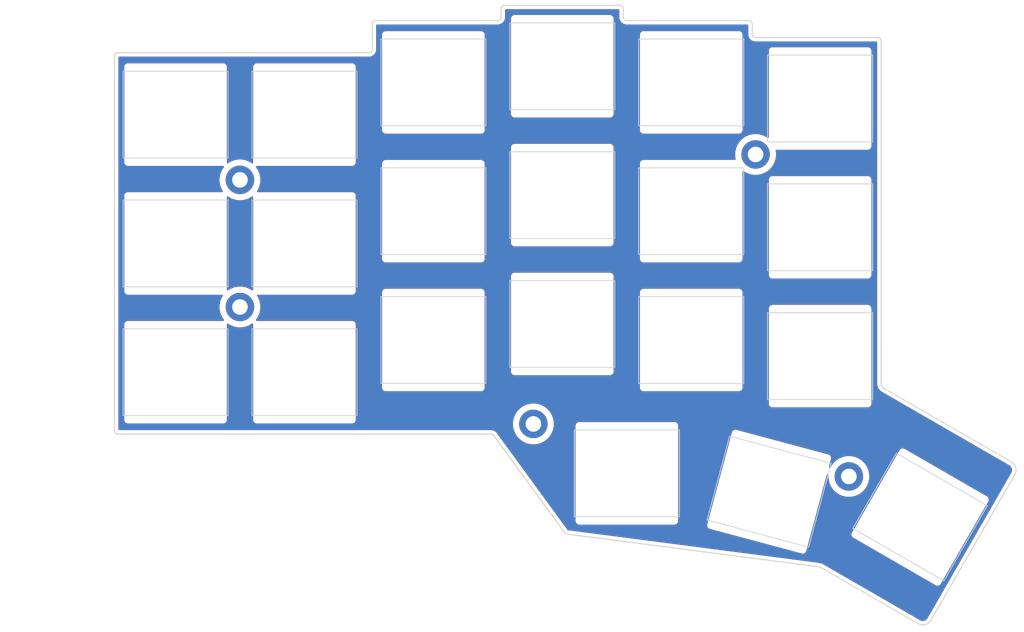
<source format=kicad_pcb>
(kicad_pcb (version 20211014) (generator pcbnew)
  (title_block (title "Corne Top Plate") (date "2020-11-12") (rev "2.1") (company "foostan"))
  (layers (0 "F.Cu" signal) (31 "B.Cu" signal) (34 "B.Paste" user) (35 "F.Paste" user) (36 "B.SilkS" user "B.Silkscreen") (37 "F.SilkS" user "F.Silkscreen") (38 "B.Mask" user) (39 "F.Mask" user) (44 "Edge.Cuts" user))
  (net 0 "")
  (footprint "kbd:M2_Hole_TH" (layer "F.Cu") (at 79.5 86.75)
    (fp_text reference "" (at 0 -3.2) (layer "F.SilkS"))
    (fp_text value "")
    (pad "" thru_hole circle locked (at 0 0) (size 4.2 4.2) (drill 2.3) (layers *.Cu *.Mask))
  )
  (footprint "kbd:M2_Hole_TH" (layer "F.Cu") (at 79.5 105.5)
    (fp_text reference "" (at 0 -3.2) (layer "F.SilkS"))
    (fp_text value "")
    (pad "" thru_hole circle locked (at 0 0) (size 4.2 4.2) (drill 2.3) (layers *.Cu *.Mask))
  )
  (footprint "kbd:M2_Hole_TH" (layer "F.Cu") (at 155.5 83)
    (fp_text reference "" (at 0 -3.2) (layer "F.SilkS"))
    (fp_text value "")
    (pad "" thru_hole circle locked (at 0 0) (size 4.2 4.2) (drill 2.3) (layers *.Cu *.Mask))
  )
  (footprint "kbd:M2_Hole_TH" (layer "F.Cu") (at 122.75 122.75)
    (fp_text reference "" (at 0 -3.2) (layer "F.SilkS"))
    (fp_text value "")
    (pad "" thru_hole circle locked (at 0 0) (size 4.2 4.2) (drill 2.3) (layers *.Cu *.Mask))
  )
  (footprint "kbd:M2_Hole_TH" (layer "F.Cu") (at 169.25 130.5)
    (fp_text reference "" (at 0 -3.2) (layer "F.SilkS"))
    (fp_text value "")
    (pad "" thru_hole circle locked (at 0 0) (size 4.2 4.2) (drill 2.3) (layers *.Cu *.Mask))
  )
  (footprint "kbd:SW_Hole_ALPS" (layer "F.Cu") (at 70.01 77.125)
    (fp_text reference "SW2" hide)
    (fp_text value "KEY_SWITCH" hide)
    (fp_line (start -7.75 -6.4) (end -7.75 6.4) (layer "Edge.Cuts") (width 0.12))
    (fp_line (start 7.75 6.4) (end 7.75 -6.4) (layer "Edge.Cuts") (width 0.12))
    (fp_line (start -7.75 6.4) (end 7.75 6.4) (layer "Edge.Cuts") (width 0.12))
    (fp_line (start 7.75 -6.4) (end -7.75 -6.4) (layer "Edge.Cuts") (width 0.12))
  )
  (footprint "kbd:SW_Hole_ALPS" (layer "F.Cu") (at 70.01 96.125)
    (fp_text reference "SW2" hide)
    (fp_text value "KEY_SWITCH" hide)
    (fp_line (start -7.75 -6.4) (end -7.75 6.4) (layer "Edge.Cuts") (width 0.12))
    (fp_line (start -7.75 6.4) (end 7.75 6.4) (layer "Edge.Cuts") (width 0.12))
    (fp_line (start 7.75 6.4) (end 7.75 -6.4) (layer "Edge.Cuts") (width 0.12))
    (fp_line (start 7.75 -6.4) (end -7.75 -6.4) (layer "Edge.Cuts") (width 0.12))
  )
  (footprint "kbd:SW_Hole_ALPS" (layer "F.Cu") (at 70.01 115.125)
    (fp_text reference "SW2" hide)
    (fp_text value "KEY_SWITCH" hide)
    (fp_line (start -7.75 6.4) (end 7.75 6.4) (layer "Edge.Cuts") (width 0.12))
    (fp_line (start 7.75 6.4) (end 7.75 -6.4) (layer "Edge.Cuts") (width 0.12))
    (fp_line (start -7.75 -6.4) (end -7.75 6.4) (layer "Edge.Cuts") (width 0.12))
    (fp_line (start 7.75 -6.4) (end -7.75 -6.4) (layer "Edge.Cuts") (width 0.12))
  )
  (footprint "kbd:SW_Hole_ALPS" (layer "F.Cu") (at 89.01 77.125)
    (fp_text reference "SW2" hide)
    (fp_text value "KEY_SWITCH" hide)
    (fp_line (start -7.75 6.4) (end 7.75 6.4) (layer "Edge.Cuts") (width 0.12))
    (fp_line (start 7.75 -6.4) (end -7.75 -6.4) (layer "Edge.Cuts") (width 0.12))
    (fp_line (start -7.75 -6.4) (end -7.75 6.4) (layer "Edge.Cuts") (width 0.12))
    (fp_line (start 7.75 6.4) (end 7.75 -6.4) (layer "Edge.Cuts") (width 0.12))
  )
  (footprint "kbd:SW_Hole_ALPS" (layer "F.Cu") (at 89.01 115.125)
    (fp_text reference "SW2" hide)
    (fp_text value "KEY_SWITCH" hide)
    (fp_line (start -7.75 6.4) (end 7.75 6.4) (layer "Edge.Cuts") (width 0.12))
    (fp_line (start -7.75 -6.4) (end -7.75 6.4) (layer "Edge.Cuts") (width 0.12))
    (fp_line (start 7.75 6.4) (end 7.75 -6.4) (layer "Edge.Cuts") (width 0.12))
    (fp_line (start 7.75 -6.4) (end -7.75 -6.4) (layer "Edge.Cuts") (width 0.12))
  )
  (footprint "kbd:SW_Hole_ALPS" (layer "F.Cu") (at 89.01 96.125)
    (fp_text reference "SW2" hide)
    (fp_text value "KEY_SWITCH" hide)
    (fp_line (start -7.75 6.4) (end 7.75 6.4) (layer "Edge.Cuts") (width 0.12))
    (fp_line (start -7.75 -6.4) (end -7.75 6.4) (layer "Edge.Cuts") (width 0.12))
    (fp_line (start 7.75 6.4) (end 7.75 -6.4) (layer "Edge.Cuts") (width 0.12))
    (fp_line (start 7.75 -6.4) (end -7.75 -6.4) (layer "Edge.Cuts") (width 0.12))
  )
  (footprint "kbd:SW_Hole_ALPS" (layer "F.Cu") (at 108.01 72.375)
    (fp_text reference "SW2" hide)
    (fp_text value "KEY_SWITCH" hide)
    (fp_line (start -7.75 6.4) (end 7.75 6.4) (layer "Edge.Cuts") (width 0.12))
    (fp_line (start 7.75 6.4) (end 7.75 -6.4) (layer "Edge.Cuts") (width 0.12))
    (fp_line (start -7.75 -6.4) (end -7.75 6.4) (layer "Edge.Cuts") (width 0.12))
    (fp_line (start 7.75 -6.4) (end -7.75 -6.4) (layer "Edge.Cuts") (width 0.12))
  )
  (footprint "kbd:SW_Hole_ALPS" (layer "F.Cu") (at 108.01 110.375)
    (fp_text reference "SW2" hide)
    (fp_text value "KEY_SWITCH" hide)
    (fp_line (start 7.75 -6.4) (end -7.75 -6.4) (layer "Edge.Cuts") (width 0.12))
    (fp_line (start -7.75 6.4) (end 7.75 6.4) (layer "Edge.Cuts") (width 0.12))
    (fp_line (start -7.75 -6.4) (end -7.75 6.4) (layer "Edge.Cuts") (width 0.12))
    (fp_line (start 7.75 6.4) (end 7.75 -6.4) (layer "Edge.Cuts") (width 0.12))
  )
  (footprint "kbd:SW_Hole_ALPS" (layer "F.Cu") (at 108.01 91.375)
    (fp_text reference "SW2" hide)
    (fp_text value "KEY_SWITCH" hide)
    (fp_line (start 7.75 -6.4) (end -7.75 -6.4) (layer "Edge.Cuts") (width 0.12))
    (fp_line (start 7.75 6.4) (end 7.75 -6.4) (layer "Edge.Cuts") (width 0.12))
    (fp_line (start -7.75 6.4) (end 7.75 6.4) (layer "Edge.Cuts") (width 0.12))
    (fp_line (start -7.75 -6.4) (end -7.75 6.4) (layer "Edge.Cuts") (width 0.12))
  )
  (footprint "kbd:SW_Hole_ALPS" (layer "F.Cu") (at 127.01 70)
    (fp_text reference "SW2" hide)
    (fp_text value "KEY_SWITCH" hide)
    (fp_line (start 7.75 -6.4) (end -7.75 -6.4) (layer "Edge.Cuts") (width 0.12))
    (fp_line (start -7.75 6.4) (end 7.75 6.4) (layer "Edge.Cuts") (width 0.12))
    (fp_line (start -7.75 -6.4) (end -7.75 6.4) (layer "Edge.Cuts") (width 0.12))
    (fp_line (start 7.75 6.4) (end 7.75 -6.4) (layer "Edge.Cuts") (width 0.12))
  )
  (footprint "kbd:SW_Hole_ALPS" (layer "F.Cu") (at 127.01 108)
    (fp_text reference "SW2" hide)
    (fp_text value "KEY_SWITCH" hide)
    (fp_line (start 7.75 6.4) (end 7.75 -6.4) (layer "Edge.Cuts") (width 0.12))
    (fp_line (start -7.75 6.4) (end 7.75 6.4) (layer "Edge.Cuts") (width 0.12))
    (fp_line (start -7.75 -6.4) (end -7.75 6.4) (layer "Edge.Cuts") (width 0.12))
    (fp_line (start 7.75 -6.4) (end -7.75 -6.4) (layer "Edge.Cuts") (width 0.12))
  )
  (footprint "kbd:SW_Hole_ALPS" (layer "F.Cu") (at 127.01 89)
    (fp_text reference "SW2" hide)
    (fp_text value "KEY_SWITCH" hide)
    (fp_line (start -7.75 -6.4) (end -7.75 6.4) (layer "Edge.Cuts") (width 0.12))
    (fp_line (start 7.75 -6.4) (end -7.75 -6.4) (layer "Edge.Cuts") (width 0.12))
    (fp_line (start -7.75 6.4) (end 7.75 6.4) (layer "Edge.Cuts") (width 0.12))
    (fp_line (start 7.75 6.4) (end 7.75 -6.4) (layer "Edge.Cuts") (width 0.12))
  )
  (footprint "kbd:SW_Hole_ALPS" (layer "F.Cu") (at 146.01 110.375)
    (fp_text reference "SW2" hide)
    (fp_text value "KEY_SWITCH" hide)
    (fp_line (start 7.75 6.4) (end 7.75 -6.4) (layer "Edge.Cuts") (width 0.12))
    (fp_line (start -7.75 6.4) (end 7.75 6.4) (layer "Edge.Cuts") (width 0.12))
    (fp_line (start -7.75 -6.4) (end -7.75 6.4) (layer "Edge.Cuts") (width 0.12))
    (fp_line (start 7.75 -6.4) (end -7.75 -6.4) (layer "Edge.Cuts") (width 0.12))
  )
  (footprint "kbd:SW_Hole_ALPS" (layer "F.Cu") (at 146.01 72.375)
    (fp_text reference "SW2" hide)
    (fp_text value "KEY_SWITCH" hide)
    (fp_line (start 7.75 6.4) (end 7.75 -6.4) (layer "Edge.Cuts") (width 0.12))
    (fp_line (start -7.75 6.4) (end 7.75 6.4) (layer "Edge.Cuts") (width 0.12))
    (fp_line (start 7.75 -6.4) (end -7.75 -6.4) (layer "Edge.Cuts") (width 0.12))
    (fp_line (start -7.75 -6.4) (end -7.75 6.4) (layer "Edge.Cuts") (width 0.12))
  )
  (footprint "kbd:SW_Hole_ALPS" (layer "F.Cu") (at 146.01 91.375)
    (fp_text reference "SW2" hide)
    (fp_text value "KEY_SWITCH" hide)
    (fp_line (start 7.75 -6.4) (end -7.75 -6.4) (layer "Edge.Cuts") (width 0.12))
    (fp_line (start 7.75 6.4) (end 7.75 -6.4) (layer "Edge.Cuts") (width 0.12))
    (fp_line (start -7.75 6.4) (end 7.75 6.4) (layer "Edge.Cuts") (width 0.12))
    (fp_line (start -7.75 -6.4) (end -7.75 6.4) (layer "Edge.Cuts") (width 0.12))
  )
  (footprint "kbd:SW_Hole_ALPS" (layer "F.Cu") (at 165.01 93.75)
    (fp_text reference "SW2" hide)
    (fp_text value "KEY_SWITCH" hide)
    (fp_line (start -7.75 -6.4) (end -7.75 6.4) (layer "Edge.Cuts") (width 0.12))
    (fp_line (start 7.75 -6.4) (end -7.75 -6.4) (layer "Edge.Cuts") (width 0.12))
    (fp_line (start -7.75 6.4) (end 7.75 6.4) (layer "Edge.Cuts") (width 0.12))
    (fp_line (start 7.75 6.4) (end 7.75 -6.4) (layer "Edge.Cuts") (width 0.12))
  )
  (footprint "kbd:SW_Hole_ALPS" (layer "F.Cu") (at 165.01 74.75)
    (fp_text reference "SW2" hide)
    (fp_text value "KEY_SWITCH" hide)
    (fp_line (start -7.75 6.4) (end 7.75 6.4) (layer "Edge.Cuts") (width 0.12))
    (fp_line (start -7.75 -6.4) (end -7.75 6.4) (layer "Edge.Cuts") (width 0.12))
    (fp_line (start 7.75 6.4) (end 7.75 -6.4) (layer "Edge.Cuts") (width 0.12))
    (fp_line (start 7.75 -6.4) (end -7.75 -6.4) (layer "Edge.Cuts") (width 0.12))
  )
  (footprint "kbd:SW_Hole_ALPS" (layer "F.Cu") (at 165.01 112.75)
    (fp_text reference "SW2" hide)
    (fp_text value "KEY_SWITCH" hide)
    (fp_line (start -7.75 -6.4) (end -7.75 6.4) (layer "Edge.Cuts") (width 0.12))
    (fp_line (start 7.75 6.4) (end 7.75 -6.4) (layer "Edge.Cuts") (width 0.12))
    (fp_line (start 7.75 -6.4) (end -7.75 -6.4) (layer "Edge.Cuts") (width 0.12))
    (fp_line (start -7.75 6.4) (end 7.75 6.4) (layer "Edge.Cuts") (width 0.12))
  )
  (footprint "kbd:SW_Hole_ALPS" (layer "F.Cu") (at 136.53 130.035)
    (fp_text reference "SW2" hide)
    (fp_text value "KEY_SWITCH" hide)
    (fp_line (start 7.75 6.4) (end 7.75 -6.4) (layer "Edge.Cuts") (width 0.12))
    (fp_line (start -7.75 6.4) (end 7.75 6.4) (layer "Edge.Cuts") (width 0.12))
    (fp_line (start 7.75 -6.4) (end -7.75 -6.4) (layer "Edge.Cuts") (width 0.12))
    (fp_line (start -7.75 -6.4) (end -7.75 6.4) (layer "Edge.Cuts") (width 0.12))
  )
  (footprint "kbd:SW_Hole_ALPS" (layer "F.Cu") (at 157.492 132.744 -15)
    (fp_text reference "SW2" hide)
    (fp_text value "KEY_SWITCH" hide)
    (fp_line (start 7.75 6.4) (end 7.75 -6.4) (layer "Edge.Cuts") (width 0.12))
    (fp_line (start 7.75 -6.4) (end -7.75 -6.4) (layer "Edge.Cuts") (width 0.12))
    (fp_line (start -7.75 6.4) (end 7.75 6.4) (layer "Edge.Cuts") (width 0.12))
    (fp_line (start -7.75 -6.4) (end -7.75 6.4) (layer "Edge.Cuts") (width 0.12))
  )
  (footprint "kbd:SW_Hole_ALPS" (layer "F.Cu") (at 179.75 136.485 -30)
    (fp_text reference "SW2" hide)
    (fp_text value "KEY_SWITCH" hide)
    (fp_line (start 7.75 -6.4) (end -7.75 -6.4) (layer "Edge.Cuts") (width 0.12))
    (fp_line (start -7.75 -6.4) (end -7.75 6.4) (layer "Edge.Cuts") (width 0.12))
    (fp_line (start 7.75 6.4) (end 7.75 -6.4) (layer "Edge.Cuts") (width 0.12))
    (fp_line (start -7.75 6.4) (end 7.75 6.4) (layer "Edge.Cuts") (width 0.12))
  )
  (footprint "kbd:corne-logo-horizontal-mask" (layer "F.Cu") (at 108.335 121.925)
    (fp_text reference "G***" hide)
    (fp_text value "LOGO" hide)
  )
  (footprint "kbd:corne-logo-horizontal-mask" (layer "B.Cu") (at 108.085 121.975 180)
    (fp_text reference "G***" hide)
    (fp_text value "LOGO" hide)
  )
  (gr_arc (start 193.270509 128.396988) (mid 193.860661 129.282182) (end 193.65 130.325) (layer "Edge.Cuts") (width 0.15))
  (gr_arc (start 154.5 63.25) (mid 154.853553 63.396447) (end 155 63.75) (layer "Edge.Cuts") (width 0.15))
  (gr_line (start 181.297263 151.781465) (end 193.65 130.325) (layer "Edge.Cuts") (width 0.15))
  (gr_arc (start 164.420556 143.770344) (mid 164.750952 143.819149) (end 165.075 143.9) (layer "Edge.Cuts") (width 0.15))
  (gr_arc (start 173.5 65.75) (mid 173.853553 65.896447) (end 174 66.25) (layer "Edge.Cuts") (width 0.15))
  (gr_arc (start 116.5 124.25) (mid 116.691342 124.28806) (end 116.853553 124.396447) (layer "Edge.Cuts") (width 0.15))
  (gr_line (start 174 66.25) (end 173.997282 116.810192) (layer "Edge.Cuts") (width 0.15))
  (gr_arc (start 127.75 139) (mid 127.558658 138.96194) (end 127.396447 138.853553) (layer "Edge.Cuts") (width 0.15))
  (gr_arc (start 136.5 63.25) (mid 136.146447 63.103553) (end 136 62.75) (layer "Edge.Cuts") (width 0.15))
  (gr_arc (start 118 61.5) (mid 118.146447 61.146447) (end 118.5 61) (layer "Edge.Cuts") (width 0.15))
  (gr_line (start 99 63.75) (end 99 67.5) (layer "Edge.Cuts") (width 0.15))
  (gr_line (start 127.75 139) (end 164.420556 143.770344) (layer "Edge.Cuts") (width 0.15))
  (gr_arc (start 99 67.5) (mid 98.853553 67.853553) (end 98.5 68) (layer "Edge.Cuts") (width 0.15))
  (gr_line (start 155 65.25) (end 155 63.75) (layer "Edge.Cuts") (width 0.15))
  (gr_line (start 118 61.5) (end 118 62.75) (layer "Edge.Cuts") (width 0.15))
  (gr_arc (start 181.297263 151.781465) (mid 180.412069 152.371617) (end 179.369251 152.160956) (layer "Edge.Cuts") (width 0.15))
  (gr_arc (start 155.5 65.75) (mid 155.146447 65.603553) (end 155 65.25) (layer "Edge.Cuts") (width 0.15))
  (gr_arc (start 61 68.5) (mid 61.146447 68.146447) (end 61.5 68) (layer "Edge.Cuts") (width 0.15))
  (gr_line (start 173.5 65.75) (end 155.5 65.75) (layer "Edge.Cuts") (width 0.15))
  (gr_line (start 154.5 63.25) (end 136.5 63.25) (layer "Edge.Cuts") (width 0.15))
  (gr_arc (start 174.35 117.475) (mid 174.096093 117.183739) (end 173.997282 116.810192) (layer "Edge.Cuts") (width 0.15))
  (gr_arc (start 99 63.75) (mid 99.146447 63.396447) (end 99.5 63.25) (layer "Edge.Cuts") (width 0.15))
  (gr_arc (start 135.5 61) (mid 135.853553 61.146447) (end 136 61.5) (layer "Edge.Cuts") (width 0.15))
  (gr_line (start 116.853553 124.396447) (end 127.396447 138.853553) (layer "Edge.Cuts") (width 0.15))
  (gr_arc (start 118 62.75) (mid 117.853553 63.103553) (end 117.5 63.25) (layer "Edge.Cuts") (width 0.15))
  (gr_line (start 136 62.75) (end 136 61.5) (layer "Edge.Cuts") (width 0.15))
  (gr_line (start 193.270509 128.396988) (end 174.35 117.475) (layer "Edge.Cuts") (width 0.15))
  (gr_line (start 117.5 63.25) (end 99.5 63.25) (layer "Edge.Cuts") (width 0.15))
  (gr_line (start 61 68.5) (end 61 123.75) (layer "Edge.Cuts") (width 0.15))
  (gr_line (start 98.5 68) (end 61.5 68) (layer "Edge.Cuts") (width 0.15))
  (gr_arc (start 61.5 124.25) (mid 61.146447 124.103553) (end 61 123.75) (layer "Edge.Cuts") (width 0.15))
  (gr_line (start 135.5 61) (end 118.5 61) (layer "Edge.Cuts") (width 0.15))
  (gr_line (start 116.5 124.25) (end 61.5 124.25) (layer "Edge.Cuts") (width 0.15))
  (gr_line (start 165.075 143.9) (end 179.369251 152.160956) (layer "Edge.Cuts") (width 0.15))
  (zone (net 0) (net_name "") (layer "F.Cu") (connect_pads (clearance 0.508)) (min_thickness 0.254) (fill yes (thermal_gap 0.508) (thermal_bridge_width 0.508))
    (polygon (pts (xy 136.535 62.875) (xy 155.56 62.875) (xy 155.56 65.225) (xy 174.535 65.225) (xy 174.535 116.7) (xy 195.085 128.65) (xy 180.71 153.475) (xy 164.86 144.3) (xy 127.31 139.425) (xy 116.635 124.65) (xy 60.485 124.65) (xy 60.485 67.6) (xy 98.485 67.6) (xy 98.485 62.85) (xy 117.485 62.85) (xy 117.485 60.475) (xy 136.535 60.475)))
  )
  (zone (net 0) (net_name "") (layer "B.Cu") (connect_pads (clearance 0.508)) (min_thickness 0.254) (fill yes (thermal_gap 0.508) (thermal_bridge_width 0.508))
    (polygon (pts (xy 136.535 62.85) (xy 155.56 62.85) (xy 155.56 65.225) (xy 174.535 65.225) (xy 174.535 116.7) (xy 195.035 128.625) (xy 180.71 153.45) (xy 164.91 144.325) (xy 127.31 139.425) (xy 116.635 124.65) (xy 60.485 124.65) (xy 60.485 67.6) (xy 98.485 67.6) (xy 98.485 62.85) (xy 117.485 62.875) (xy 117.485 60.475) (xy 136.535 60.475)))
  )
)
</source>
